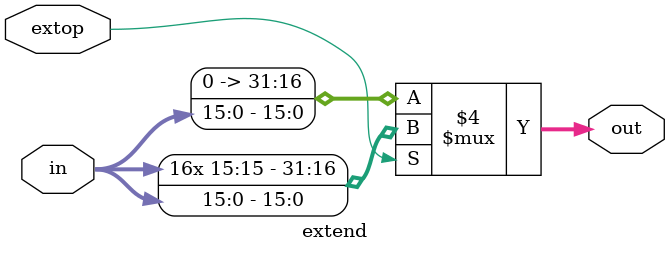
<source format=v>
`timescale 1ns / 1ps


module extend(
    input [15:0] in,
    input extop,
    output reg [31:0] out
    );
    always @(*) begin 
        if (extop == 1'b1 )begin 
            out = {{16 {in[15]}} , in } ;
        end  else 
            out = {{16 {1'b0}} , in };
    end 
endmodule

</source>
